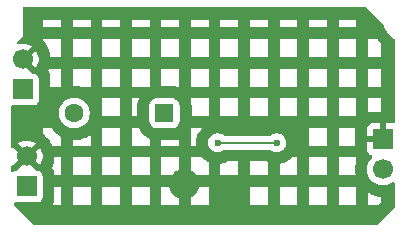
<source format=gbr>
%TF.GenerationSoftware,KiCad,Pcbnew,9.0.4*%
%TF.CreationDate,2025-10-16T10:52:11+01:00*%
%TF.ProjectId,tinySolarSupply,74696e79-536f-46c6-9172-537570706c79,rev?*%
%TF.SameCoordinates,Original*%
%TF.FileFunction,Copper,L2,Bot*%
%TF.FilePolarity,Positive*%
%FSLAX46Y46*%
G04 Gerber Fmt 4.6, Leading zero omitted, Abs format (unit mm)*
G04 Created by KiCad (PCBNEW 9.0.4) date 2025-10-16 10:52:11*
%MOMM*%
%LPD*%
G01*
G04 APERTURE LIST*
G04 Aperture macros list*
%AMRoundRect*
0 Rectangle with rounded corners*
0 $1 Rounding radius*
0 $2 $3 $4 $5 $6 $7 $8 $9 X,Y pos of 4 corners*
0 Add a 4 corners polygon primitive as box body*
4,1,4,$2,$3,$4,$5,$6,$7,$8,$9,$2,$3,0*
0 Add four circle primitives for the rounded corners*
1,1,$1+$1,$2,$3*
1,1,$1+$1,$4,$5*
1,1,$1+$1,$6,$7*
1,1,$1+$1,$8,$9*
0 Add four rect primitives between the rounded corners*
20,1,$1+$1,$2,$3,$4,$5,0*
20,1,$1+$1,$4,$5,$6,$7,0*
20,1,$1+$1,$6,$7,$8,$9,0*
20,1,$1+$1,$8,$9,$2,$3,0*%
G04 Aperture macros list end*
%TA.AperFunction,ComponentPad*%
%ADD10RoundRect,0.250000X0.550000X0.550000X-0.550000X0.550000X-0.550000X-0.550000X0.550000X-0.550000X0*%
%TD*%
%TA.AperFunction,ComponentPad*%
%ADD11C,1.600000*%
%TD*%
%TA.AperFunction,ComponentPad*%
%ADD12R,1.700000X1.700000*%
%TD*%
%TA.AperFunction,ComponentPad*%
%ADD13C,1.700000*%
%TD*%
%TA.AperFunction,ViaPad*%
%ADD14C,0.600000*%
%TD*%
%TA.AperFunction,Conductor*%
%ADD15C,0.200000*%
%TD*%
G04 APERTURE END LIST*
D10*
%TO.P,J3,1,Pin_1*%
%TO.N,Net-(J3-Pin_1)*%
X117000000Y-144000000D03*
D11*
%TO.P,J3,2,Pin_2*%
%TO.N,/BAT_P*%
X109380000Y-144000000D03*
%TD*%
D12*
%TO.P,J1,1,Pin_1*%
%TO.N,GNDD*%
X135500000Y-146225000D03*
D13*
%TO.P,J1,2,Pin_2*%
%TO.N,/OUT_P*%
X135500000Y-148765000D03*
%TD*%
D12*
%TO.P,J2,1,Pin_1*%
%TO.N,/BAT_P*%
X105335000Y-150215000D03*
D13*
%TO.P,J2,2,Pin_2*%
%TO.N,GNDD*%
X105335000Y-147675000D03*
%TD*%
D12*
%TO.P,J4,1,Pin_1*%
%TO.N,/SOLAR_P*%
X105000000Y-142000000D03*
D13*
%TO.P,J4,2,Pin_2*%
%TO.N,GNDD*%
X105000000Y-139460000D03*
%TD*%
D14*
%TO.N,GNDD*%
X118675000Y-150000000D03*
X122518015Y-150618015D03*
X124500000Y-145500000D03*
%TO.N,Net-(J3-Pin_1)*%
X121500000Y-146500000D03*
X126500000Y-146500000D03*
%TD*%
D15*
%TO.N,Net-(J3-Pin_1)*%
X126500000Y-146500000D02*
X121500000Y-146500000D01*
%TD*%
%TA.AperFunction,Conductor*%
%TO.N,GNDD*%
G36*
X134015677Y-135019685D02*
G01*
X134036319Y-135036319D01*
X135562435Y-136562435D01*
X135594529Y-136618022D01*
X135601601Y-136644417D01*
X135701954Y-136886690D01*
X135701958Y-136886700D01*
X135833075Y-137113803D01*
X135992718Y-137321851D01*
X135992726Y-137321860D01*
X136178140Y-137507274D01*
X136178148Y-137507281D01*
X136178149Y-137507282D01*
X136386197Y-137666924D01*
X136438000Y-137696832D01*
X136486215Y-137747398D01*
X136500000Y-137804219D01*
X136500000Y-144751000D01*
X136480315Y-144818039D01*
X136427511Y-144863794D01*
X136376000Y-144875000D01*
X135750000Y-144875000D01*
X135750000Y-145791988D01*
X135692993Y-145759075D01*
X135565826Y-145725000D01*
X135434174Y-145725000D01*
X135307007Y-145759075D01*
X135250000Y-145791988D01*
X135250000Y-144875000D01*
X134602155Y-144875000D01*
X134542627Y-144881401D01*
X134542620Y-144881403D01*
X134407913Y-144931645D01*
X134407906Y-144931649D01*
X134292812Y-145017809D01*
X134292809Y-145017812D01*
X134206649Y-145132906D01*
X134206645Y-145132913D01*
X134156403Y-145267620D01*
X134156401Y-145267627D01*
X134150000Y-145327155D01*
X134150000Y-145975000D01*
X135066988Y-145975000D01*
X135034075Y-146032007D01*
X135000000Y-146159174D01*
X135000000Y-146290826D01*
X135034075Y-146417993D01*
X135066988Y-146475000D01*
X134150000Y-146475000D01*
X134150000Y-147122844D01*
X134156401Y-147182372D01*
X134156403Y-147182379D01*
X134206645Y-147317086D01*
X134206649Y-147317093D01*
X134292809Y-147432187D01*
X134292812Y-147432190D01*
X134407906Y-147518350D01*
X134407913Y-147518354D01*
X134539470Y-147567422D01*
X134595404Y-147609293D01*
X134619821Y-147674758D01*
X134604969Y-147743031D01*
X134583819Y-147771285D01*
X134469889Y-147885215D01*
X134344951Y-148057179D01*
X134248444Y-148246585D01*
X134248443Y-148246587D01*
X134248443Y-148246588D01*
X134237304Y-148280870D01*
X134182753Y-148448760D01*
X134149500Y-148658713D01*
X134149500Y-148871286D01*
X134180332Y-149065955D01*
X134182754Y-149081243D01*
X134240029Y-149257517D01*
X134248444Y-149283414D01*
X134344951Y-149472820D01*
X134469890Y-149644786D01*
X134620213Y-149795109D01*
X134792179Y-149920048D01*
X134792181Y-149920049D01*
X134792184Y-149920051D01*
X134981588Y-150016557D01*
X135183757Y-150082246D01*
X135393713Y-150115500D01*
X135393714Y-150115500D01*
X135606286Y-150115500D01*
X135606287Y-150115500D01*
X135816243Y-150082246D01*
X136018412Y-150016557D01*
X136207816Y-149920051D01*
X136303115Y-149850813D01*
X136368921Y-149827333D01*
X136436975Y-149843159D01*
X136485670Y-149893264D01*
X136500000Y-149951131D01*
X136500000Y-151948638D01*
X136480315Y-152015677D01*
X136463681Y-152036319D01*
X135036319Y-153463681D01*
X134974996Y-153497166D01*
X134948638Y-153500000D01*
X106051362Y-153500000D01*
X105984323Y-153480315D01*
X105963681Y-153463681D01*
X104269275Y-151769275D01*
X104258750Y-151750000D01*
X107523974Y-151750000D01*
X108250000Y-151750000D01*
X109248000Y-151750000D01*
X110750000Y-151750000D01*
X111748000Y-151750000D01*
X113250000Y-151750000D01*
X114248000Y-151750000D01*
X115750000Y-151750000D01*
X116748000Y-151750000D01*
X118250000Y-151750000D01*
X118250000Y-151201471D01*
X118195236Y-151183678D01*
X118177258Y-151176232D01*
X118101998Y-151137885D01*
X119248000Y-151137885D01*
X119248000Y-151750000D01*
X120750000Y-151750000D01*
X124248000Y-151750000D01*
X125750000Y-151750000D01*
X126748000Y-151750000D01*
X128250000Y-151750000D01*
X129248000Y-151750000D01*
X130750000Y-151750000D01*
X131748000Y-151750000D01*
X133250000Y-151750000D01*
X134248000Y-151750000D01*
X135160424Y-151750000D01*
X135376000Y-151534424D01*
X135376000Y-151113500D01*
X135374103Y-151113500D01*
X135369231Y-151113404D01*
X135339779Y-151112246D01*
X135334914Y-151111959D01*
X135295835Y-151108881D01*
X135290997Y-151108404D01*
X135261764Y-151104944D01*
X135256941Y-151104277D01*
X135008272Y-151064892D01*
X135003477Y-151064036D01*
X134974577Y-151058287D01*
X134969817Y-151057242D01*
X134931700Y-151048089D01*
X134926995Y-151046862D01*
X134898653Y-151038869D01*
X134893993Y-151037455D01*
X134654560Y-150959658D01*
X134649963Y-150958064D01*
X134622353Y-150947879D01*
X134617825Y-150946107D01*
X134581608Y-150931109D01*
X134577139Y-150929154D01*
X134550364Y-150916811D01*
X134545981Y-150914686D01*
X134321639Y-150800378D01*
X134317346Y-150798083D01*
X134291650Y-150783693D01*
X134287450Y-150781231D01*
X134254027Y-150760750D01*
X134249927Y-150758126D01*
X134248000Y-150756838D01*
X134248000Y-151750000D01*
X133250000Y-151750000D01*
X133250000Y-150248000D01*
X131748000Y-150248000D01*
X131748000Y-151750000D01*
X130750000Y-151750000D01*
X130750000Y-150248000D01*
X129248000Y-150248000D01*
X129248000Y-151750000D01*
X128250000Y-151750000D01*
X128250000Y-150248000D01*
X126748000Y-150248000D01*
X126748000Y-151750000D01*
X125750000Y-151750000D01*
X125750000Y-150248000D01*
X124248000Y-150248000D01*
X124248000Y-151750000D01*
X120750000Y-151750000D01*
X120750000Y-150248000D01*
X119925601Y-150248000D01*
X119919156Y-150288690D01*
X119914614Y-150307610D01*
X119858678Y-150479765D01*
X119851232Y-150497742D01*
X119769053Y-150659026D01*
X119758886Y-150675616D01*
X119652489Y-150822060D01*
X119639852Y-150836856D01*
X119511856Y-150964852D01*
X119497060Y-150977489D01*
X119350616Y-151083886D01*
X119334026Y-151094053D01*
X119248000Y-151137885D01*
X118101998Y-151137885D01*
X118015974Y-151094053D01*
X117999384Y-151083886D01*
X117852940Y-150977489D01*
X117838144Y-150964852D01*
X117710148Y-150836856D01*
X117697511Y-150822060D01*
X117591114Y-150675616D01*
X117580947Y-150659026D01*
X117498768Y-150497742D01*
X117491322Y-150479765D01*
X117435386Y-150307610D01*
X117430844Y-150288690D01*
X117424399Y-150248000D01*
X116748000Y-150248000D01*
X116748000Y-151750000D01*
X115750000Y-151750000D01*
X115750000Y-150248000D01*
X114248000Y-150248000D01*
X114248000Y-151750000D01*
X113250000Y-151750000D01*
X113250000Y-150248000D01*
X111748000Y-150248000D01*
X111748000Y-151750000D01*
X110750000Y-151750000D01*
X110750000Y-150248000D01*
X109248000Y-150248000D01*
X109248000Y-151750000D01*
X108250000Y-151750000D01*
X108250000Y-150248000D01*
X107683499Y-150248000D01*
X107683500Y-151126248D01*
X107683455Y-151129572D01*
X107682916Y-151149673D01*
X107682783Y-151152993D01*
X107681351Y-151179680D01*
X107681129Y-151182989D01*
X107679519Y-151202982D01*
X107679208Y-151206285D01*
X107668038Y-151310175D01*
X107666971Y-151317843D01*
X107659064Y-151364029D01*
X107657519Y-151371619D01*
X107643174Y-151432330D01*
X107641158Y-151439809D01*
X107627550Y-151484672D01*
X107625071Y-151492012D01*
X107551413Y-151689502D01*
X107548025Y-151697682D01*
X107525767Y-151746419D01*
X107523974Y-151750000D01*
X104258750Y-151750000D01*
X104235790Y-151707952D01*
X104240774Y-151638260D01*
X104282646Y-151582327D01*
X104348110Y-151557910D01*
X104370213Y-151558305D01*
X104377514Y-151559089D01*
X104377517Y-151559091D01*
X104437127Y-151565500D01*
X106232872Y-151565499D01*
X106292483Y-151559091D01*
X106427331Y-151508796D01*
X106542546Y-151422546D01*
X106628796Y-151307331D01*
X106679091Y-151172483D01*
X106685500Y-151112873D01*
X106685499Y-149317128D01*
X106679091Y-149257517D01*
X106676287Y-149250000D01*
X106628797Y-149122671D01*
X106628793Y-149122664D01*
X106542547Y-149007455D01*
X106542544Y-149007452D01*
X106427335Y-148921206D01*
X106427328Y-148921202D01*
X106292482Y-148870908D01*
X106292483Y-148870908D01*
X106232883Y-148864501D01*
X106232881Y-148864500D01*
X106232873Y-148864500D01*
X106232865Y-148864500D01*
X106222309Y-148864500D01*
X106155270Y-148844815D01*
X106134628Y-148828181D01*
X105923457Y-148617010D01*
X107489775Y-148617010D01*
X107521805Y-148675667D01*
X107525767Y-148683581D01*
X107548025Y-148732318D01*
X107551413Y-148740498D01*
X107625069Y-148937982D01*
X107627548Y-148945321D01*
X107641153Y-148990172D01*
X107643168Y-148997648D01*
X107657516Y-149058363D01*
X107659061Y-149065955D01*
X107666972Y-149112160D01*
X107668041Y-149119833D01*
X107679212Y-149223755D01*
X107679523Y-149227064D01*
X107681135Y-149247101D01*
X107681329Y-149250000D01*
X108250000Y-149250000D01*
X109248000Y-149250000D01*
X110750000Y-149250000D01*
X111748000Y-149250000D01*
X113250000Y-149250000D01*
X114248000Y-149250000D01*
X115750000Y-149250000D01*
X116748000Y-149250000D01*
X117645157Y-149250000D01*
X117697511Y-149177940D01*
X117710148Y-149163144D01*
X117838144Y-149035148D01*
X117852940Y-149022511D01*
X117999384Y-148916114D01*
X118015974Y-148905947D01*
X118102000Y-148862114D01*
X119248000Y-148862114D01*
X119334026Y-148905948D01*
X119350616Y-148916114D01*
X119497060Y-149022511D01*
X119511856Y-149035148D01*
X119639852Y-149163144D01*
X119652489Y-149177940D01*
X119704843Y-149250000D01*
X120750000Y-149250000D01*
X120750000Y-148284365D01*
X121748000Y-148284365D01*
X121748000Y-149250000D01*
X123250000Y-149250000D01*
X124248000Y-149250000D01*
X125750000Y-149250000D01*
X125750000Y-148284365D01*
X126748000Y-148284365D01*
X126748000Y-149250000D01*
X128250000Y-149250000D01*
X129248000Y-149250000D01*
X130750000Y-149250000D01*
X131748000Y-149250000D01*
X133199042Y-149250000D01*
X133160723Y-149008059D01*
X133160056Y-149003236D01*
X133156596Y-148974003D01*
X133156119Y-148969165D01*
X133153041Y-148930086D01*
X133152754Y-148925221D01*
X133151596Y-148895769D01*
X133151500Y-148890897D01*
X133151500Y-148639103D01*
X133151596Y-148634231D01*
X133152754Y-148604779D01*
X133153041Y-148599914D01*
X133156119Y-148560835D01*
X133156596Y-148555997D01*
X133160056Y-148526764D01*
X133160723Y-148521941D01*
X133200108Y-148273272D01*
X133200964Y-148268477D01*
X133206713Y-148239577D01*
X133207758Y-148234817D01*
X133216911Y-148196700D01*
X133218138Y-148191995D01*
X133226131Y-148163653D01*
X133227545Y-148158993D01*
X133250000Y-148089883D01*
X133250000Y-147748000D01*
X131748000Y-147748000D01*
X131748000Y-149250000D01*
X130750000Y-149250000D01*
X130750000Y-147748000D01*
X129248000Y-147748000D01*
X129248000Y-149250000D01*
X128250000Y-149250000D01*
X128250000Y-147748000D01*
X127795463Y-147748000D01*
X127698654Y-147844809D01*
X127694245Y-147849007D01*
X127666958Y-147873738D01*
X127662351Y-147877712D01*
X127624469Y-147908801D01*
X127619671Y-147912545D01*
X127590098Y-147934478D01*
X127585122Y-147937983D01*
X127413263Y-148052816D01*
X127408118Y-148056074D01*
X127376525Y-148075009D01*
X127371230Y-148078008D01*
X127328009Y-148101109D01*
X127322574Y-148103845D01*
X127289292Y-148119586D01*
X127283728Y-148122052D01*
X127092778Y-148201145D01*
X127087101Y-148203335D01*
X127052440Y-148215737D01*
X127046662Y-148217646D01*
X126999767Y-148231872D01*
X126993903Y-148233495D01*
X126958177Y-148242445D01*
X126952235Y-148243779D01*
X126749508Y-148284104D01*
X126748000Y-148284365D01*
X125750000Y-148284365D01*
X125750000Y-148136022D01*
X125716272Y-148122052D01*
X125710708Y-148119586D01*
X125677426Y-148103845D01*
X125671991Y-148101109D01*
X125667110Y-148098500D01*
X124248000Y-148098500D01*
X124248000Y-149250000D01*
X123250000Y-149250000D01*
X123250000Y-148098500D01*
X122332890Y-148098500D01*
X122328009Y-148101109D01*
X122322574Y-148103845D01*
X122289292Y-148119586D01*
X122283728Y-148122052D01*
X122092778Y-148201145D01*
X122087101Y-148203335D01*
X122052440Y-148215737D01*
X122046662Y-148217646D01*
X121999767Y-148231872D01*
X121993903Y-148233495D01*
X121958177Y-148242445D01*
X121952235Y-148243779D01*
X121749508Y-148284104D01*
X121748000Y-148284365D01*
X120750000Y-148284365D01*
X120750000Y-148136022D01*
X120716272Y-148122052D01*
X120710708Y-148119586D01*
X120677426Y-148103845D01*
X120671991Y-148101109D01*
X120628770Y-148078008D01*
X120623475Y-148075009D01*
X120591882Y-148056074D01*
X120586737Y-148052816D01*
X120414878Y-147937983D01*
X120409902Y-147934478D01*
X120380329Y-147912545D01*
X120375531Y-147908801D01*
X120337649Y-147877712D01*
X120333042Y-147873738D01*
X120305755Y-147849007D01*
X120301346Y-147844809D01*
X120204537Y-147748000D01*
X119248000Y-147748000D01*
X119248000Y-148862114D01*
X118102000Y-148862114D01*
X118177258Y-148823768D01*
X118195235Y-148816322D01*
X118250000Y-148798527D01*
X118250000Y-147748000D01*
X116748000Y-147748000D01*
X116748000Y-149250000D01*
X115750000Y-149250000D01*
X115750000Y-147748000D01*
X114248000Y-147748000D01*
X114248000Y-149250000D01*
X113250000Y-149250000D01*
X113250000Y-147748000D01*
X111748000Y-147748000D01*
X111748000Y-149250000D01*
X110750000Y-149250000D01*
X110750000Y-147748000D01*
X109248000Y-147748000D01*
X109248000Y-149250000D01*
X108250000Y-149250000D01*
X108250000Y-147748000D01*
X107683000Y-147748000D01*
X107683000Y-147800857D01*
X107682904Y-147805729D01*
X107681746Y-147835181D01*
X107681459Y-147840046D01*
X107678381Y-147879125D01*
X107677905Y-147883962D01*
X107674445Y-147913196D01*
X107673777Y-147918020D01*
X107634406Y-148166593D01*
X107633551Y-148171381D01*
X107627811Y-148200244D01*
X107626769Y-148204996D01*
X107617621Y-148243113D01*
X107616391Y-148247829D01*
X107608389Y-148276206D01*
X107606974Y-148280870D01*
X107529191Y-148520263D01*
X107527595Y-148524864D01*
X107517396Y-148552509D01*
X107515621Y-148557045D01*
X107500619Y-148593261D01*
X107498669Y-148597719D01*
X107489775Y-148617010D01*
X105923457Y-148617010D01*
X105464408Y-148157962D01*
X105527993Y-148140925D01*
X105642007Y-148075099D01*
X105735099Y-147982007D01*
X105800925Y-147867993D01*
X105817962Y-147804409D01*
X106450270Y-148436717D01*
X106450270Y-148436716D01*
X106489622Y-148382554D01*
X106586095Y-148193217D01*
X106651757Y-147991130D01*
X106651757Y-147991127D01*
X106685000Y-147781246D01*
X106685000Y-147568753D01*
X106651757Y-147358872D01*
X106651757Y-147358869D01*
X106586095Y-147156782D01*
X106489624Y-146967449D01*
X106450270Y-146913282D01*
X106450269Y-146913282D01*
X105817962Y-147545590D01*
X105800925Y-147482007D01*
X105735099Y-147367993D01*
X105642007Y-147274901D01*
X105527993Y-147209075D01*
X105464409Y-147192037D01*
X106096716Y-146559728D01*
X106042550Y-146520375D01*
X105853217Y-146423904D01*
X105651129Y-146358242D01*
X105441246Y-146325000D01*
X105228754Y-146325000D01*
X105018872Y-146358242D01*
X105018869Y-146358242D01*
X104816782Y-146423904D01*
X104627439Y-146520380D01*
X104573282Y-146559727D01*
X104573282Y-146559728D01*
X105205591Y-147192037D01*
X105142007Y-147209075D01*
X105027993Y-147274901D01*
X104934901Y-147367993D01*
X104869075Y-147482007D01*
X104852037Y-147545591D01*
X104219728Y-146913282D01*
X104215714Y-146913598D01*
X104168989Y-146949629D01*
X104099376Y-146955608D01*
X104037580Y-146923003D01*
X104003223Y-146862164D01*
X104000000Y-146834078D01*
X104000000Y-145799315D01*
X106748000Y-145799315D01*
X106862697Y-145882647D01*
X106898001Y-145922376D01*
X106966072Y-146043924D01*
X107087622Y-146111997D01*
X107127351Y-146147301D01*
X107308541Y-146396691D01*
X107311322Y-146400682D01*
X107327678Y-146425159D01*
X107330303Y-146429260D01*
X107350785Y-146462681D01*
X107353248Y-146466883D01*
X107367648Y-146492595D01*
X107369944Y-146496890D01*
X107484214Y-146721154D01*
X107486340Y-146725537D01*
X107497617Y-146750000D01*
X108250000Y-146750000D01*
X108250000Y-146298200D01*
X109248000Y-146298200D01*
X109248000Y-146750000D01*
X110750000Y-146750000D01*
X111748000Y-146750000D01*
X113250000Y-146750000D01*
X114248000Y-146750000D01*
X115750000Y-146750000D01*
X115750000Y-146298499D01*
X116748000Y-146298499D01*
X116748000Y-146750000D01*
X118250000Y-146750000D01*
X119248000Y-146750000D01*
X119715994Y-146750000D01*
X119715896Y-146749508D01*
X119714855Y-146743511D01*
X119709451Y-146707080D01*
X119708706Y-146701039D01*
X119703903Y-146652267D01*
X119703455Y-146646197D01*
X119701649Y-146609425D01*
X119701500Y-146603342D01*
X119701500Y-146421153D01*
X120699500Y-146421153D01*
X120699500Y-146578846D01*
X120730261Y-146733489D01*
X120730264Y-146733501D01*
X120790602Y-146879172D01*
X120790609Y-146879185D01*
X120878210Y-147010288D01*
X120878213Y-147010292D01*
X120989707Y-147121786D01*
X120989711Y-147121789D01*
X121120814Y-147209390D01*
X121120827Y-147209397D01*
X121266498Y-147269735D01*
X121266503Y-147269737D01*
X121421153Y-147300499D01*
X121421156Y-147300500D01*
X121421158Y-147300500D01*
X121578844Y-147300500D01*
X121578845Y-147300499D01*
X121733497Y-147269737D01*
X121879179Y-147209394D01*
X121919620Y-147182372D01*
X122010875Y-147121398D01*
X122077553Y-147100520D01*
X122079766Y-147100500D01*
X125920234Y-147100500D01*
X125987273Y-147120185D01*
X125989125Y-147121398D01*
X126120814Y-147209390D01*
X126120827Y-147209397D01*
X126266498Y-147269735D01*
X126266503Y-147269737D01*
X126421153Y-147300499D01*
X126421156Y-147300500D01*
X126421158Y-147300500D01*
X126578844Y-147300500D01*
X126578845Y-147300499D01*
X126733497Y-147269737D01*
X126879179Y-147209394D01*
X127010289Y-147121789D01*
X127121789Y-147010289D01*
X127209394Y-146879179D01*
X127262901Y-146750000D01*
X129248000Y-146750000D01*
X130750000Y-146750000D01*
X131748000Y-146750000D01*
X133152000Y-146750000D01*
X133152000Y-146274454D01*
X133161439Y-146227002D01*
X133162268Y-146225000D01*
X133161439Y-146222998D01*
X133152000Y-146175546D01*
X133152000Y-145313823D01*
X133152044Y-145310509D01*
X133152580Y-145290461D01*
X133152713Y-145287145D01*
X133154142Y-145260458D01*
X133154364Y-145257144D01*
X133155100Y-145248000D01*
X131748000Y-145248000D01*
X131748000Y-146750000D01*
X130750000Y-146750000D01*
X130750000Y-145248000D01*
X129248000Y-145248000D01*
X129248000Y-146750000D01*
X127262901Y-146750000D01*
X127269737Y-146733497D01*
X127300500Y-146578842D01*
X127300500Y-146421158D01*
X127300500Y-146421155D01*
X127300499Y-146421153D01*
X127287102Y-146353803D01*
X127269737Y-146266503D01*
X127251717Y-146222998D01*
X127209397Y-146120827D01*
X127209390Y-146120814D01*
X127121789Y-145989711D01*
X127121786Y-145989707D01*
X127010292Y-145878213D01*
X127010288Y-145878210D01*
X126879185Y-145790609D01*
X126879172Y-145790602D01*
X126733501Y-145730264D01*
X126733489Y-145730261D01*
X126578845Y-145699500D01*
X126578842Y-145699500D01*
X126421158Y-145699500D01*
X126421155Y-145699500D01*
X126266510Y-145730261D01*
X126266498Y-145730264D01*
X126120827Y-145790602D01*
X126120814Y-145790609D01*
X125989125Y-145878602D01*
X125922447Y-145899480D01*
X125920234Y-145899500D01*
X122079766Y-145899500D01*
X122012727Y-145879815D01*
X122010875Y-145878602D01*
X121879185Y-145790609D01*
X121879172Y-145790602D01*
X121733501Y-145730264D01*
X121733489Y-145730261D01*
X121578845Y-145699500D01*
X121578842Y-145699500D01*
X121421158Y-145699500D01*
X121421155Y-145699500D01*
X121266510Y-145730261D01*
X121266498Y-145730264D01*
X121120827Y-145790602D01*
X121120814Y-145790609D01*
X120989711Y-145878210D01*
X120989707Y-145878213D01*
X120878213Y-145989707D01*
X120878210Y-145989711D01*
X120790609Y-146120814D01*
X120790602Y-146120827D01*
X120730264Y-146266498D01*
X120730261Y-146266510D01*
X120699500Y-146421153D01*
X119701500Y-146421153D01*
X119701500Y-146396658D01*
X119701649Y-146390575D01*
X119703455Y-146353803D01*
X119703903Y-146347733D01*
X119708706Y-146298961D01*
X119709451Y-146292920D01*
X119714855Y-146256489D01*
X119715896Y-146250492D01*
X119756221Y-146047765D01*
X119757555Y-146041823D01*
X119766505Y-146006097D01*
X119768128Y-146000233D01*
X119782354Y-145953338D01*
X119784263Y-145947560D01*
X119796665Y-145912899D01*
X119798855Y-145907222D01*
X119877948Y-145716272D01*
X119880414Y-145710708D01*
X119896155Y-145677426D01*
X119898891Y-145671991D01*
X119921992Y-145628770D01*
X119924991Y-145623475D01*
X119943926Y-145591882D01*
X119947184Y-145586737D01*
X120062017Y-145414878D01*
X120065522Y-145409902D01*
X120087455Y-145380329D01*
X120091199Y-145375531D01*
X120122288Y-145337649D01*
X120126262Y-145333042D01*
X120150993Y-145305755D01*
X120155191Y-145301346D01*
X120208537Y-145248000D01*
X119248000Y-145248000D01*
X119248000Y-146750000D01*
X118250000Y-146750000D01*
X118250000Y-146157683D01*
X118217596Y-146170556D01*
X118210820Y-146173022D01*
X117990863Y-146245909D01*
X117984386Y-146247861D01*
X117944884Y-146258599D01*
X117938309Y-146260195D01*
X117885055Y-146271593D01*
X117878411Y-146272827D01*
X117838006Y-146279196D01*
X117831299Y-146280066D01*
X117688787Y-146294624D01*
X117685639Y-146294905D01*
X117666595Y-146296361D01*
X117663449Y-146296562D01*
X117638080Y-146297854D01*
X117634926Y-146297974D01*
X117615856Y-146298459D01*
X117612703Y-146298499D01*
X116748000Y-146298499D01*
X115750000Y-146298499D01*
X115750000Y-146157682D01*
X115741853Y-146154446D01*
X115735234Y-146151591D01*
X115682588Y-146127044D01*
X115676140Y-146123806D01*
X115637715Y-146103088D01*
X115631468Y-146099481D01*
X115432697Y-145976879D01*
X115426667Y-145972913D01*
X115390907Y-145947872D01*
X115385123Y-145943566D01*
X115339556Y-145907536D01*
X115334029Y-145902898D01*
X115301431Y-145873887D01*
X115296187Y-145868939D01*
X115131061Y-145703813D01*
X115126113Y-145698569D01*
X115097102Y-145665971D01*
X115092464Y-145660444D01*
X115056434Y-145614877D01*
X115052128Y-145609093D01*
X115027087Y-145573333D01*
X115023121Y-145567303D01*
X114900519Y-145368532D01*
X114896912Y-145362285D01*
X114876194Y-145323860D01*
X114872956Y-145317413D01*
X114848409Y-145264768D01*
X114845553Y-145258146D01*
X114841522Y-145248000D01*
X114248000Y-145248000D01*
X114248000Y-146750000D01*
X113250000Y-146750000D01*
X113250000Y-145248000D01*
X111748000Y-145248000D01*
X111748000Y-146750000D01*
X110750000Y-146750000D01*
X110750000Y-145845738D01*
X110632358Y-145931210D01*
X110628363Y-145933995D01*
X110603869Y-145950361D01*
X110599767Y-145952986D01*
X110566344Y-145973467D01*
X110562144Y-145975929D01*
X110536448Y-145990319D01*
X110532155Y-145992614D01*
X110314827Y-146103349D01*
X110310443Y-146105475D01*
X110283667Y-146117818D01*
X110279200Y-146119772D01*
X110242984Y-146134770D01*
X110238453Y-146136543D01*
X110210844Y-146146727D01*
X110206250Y-146148320D01*
X109974283Y-146223692D01*
X109969620Y-146225106D01*
X109941241Y-146233109D01*
X109936522Y-146234340D01*
X109898403Y-146243488D01*
X109893652Y-146244530D01*
X109864789Y-146250270D01*
X109860001Y-146251125D01*
X109619125Y-146289277D01*
X109614301Y-146289945D01*
X109585067Y-146293405D01*
X109580230Y-146293881D01*
X109541151Y-146296959D01*
X109536286Y-146297246D01*
X109506834Y-146298404D01*
X109501962Y-146298500D01*
X109258038Y-146298500D01*
X109253166Y-146298404D01*
X109248000Y-146298200D01*
X108250000Y-146298200D01*
X108250000Y-146003902D01*
X108227845Y-145992614D01*
X108223552Y-145990319D01*
X108197856Y-145975929D01*
X108193656Y-145973467D01*
X108160233Y-145952986D01*
X108156131Y-145950361D01*
X108131637Y-145933995D01*
X108127642Y-145931210D01*
X107930304Y-145787837D01*
X107926416Y-145784894D01*
X107903257Y-145766635D01*
X107899492Y-145763545D01*
X107869685Y-145738084D01*
X107866046Y-145734850D01*
X107844441Y-145714876D01*
X107840937Y-145711506D01*
X107668494Y-145539063D01*
X107665124Y-145535559D01*
X107645150Y-145513954D01*
X107641916Y-145510315D01*
X107616455Y-145480508D01*
X107613365Y-145476743D01*
X107595106Y-145453584D01*
X107592163Y-145449696D01*
X107448790Y-145252358D01*
X107446005Y-145248363D01*
X107445762Y-145248000D01*
X106748000Y-145248000D01*
X106748000Y-145799315D01*
X104000000Y-145799315D01*
X104000000Y-143897648D01*
X108079500Y-143897648D01*
X108079500Y-144102351D01*
X108111522Y-144304534D01*
X108174781Y-144499223D01*
X108267715Y-144681613D01*
X108388028Y-144847213D01*
X108532786Y-144991971D01*
X108687749Y-145104556D01*
X108698390Y-145112287D01*
X108814607Y-145171503D01*
X108880776Y-145205218D01*
X108880778Y-145205218D01*
X108880781Y-145205220D01*
X108971856Y-145234812D01*
X109075465Y-145268477D01*
X109176557Y-145284488D01*
X109277648Y-145300500D01*
X109277649Y-145300500D01*
X109482351Y-145300500D01*
X109482352Y-145300500D01*
X109684534Y-145268477D01*
X109879219Y-145205220D01*
X110061610Y-145112287D01*
X110190482Y-145018657D01*
X110227213Y-144991971D01*
X110227215Y-144991968D01*
X110227219Y-144991966D01*
X110371966Y-144847219D01*
X110371968Y-144847215D01*
X110371971Y-144847213D01*
X110424732Y-144774590D01*
X110492287Y-144681610D01*
X110585220Y-144499219D01*
X110648477Y-144304534D01*
X110657114Y-144250000D01*
X111748000Y-144250000D01*
X113250000Y-144250000D01*
X114248000Y-144250000D01*
X114701501Y-144250000D01*
X114701500Y-143399983D01*
X115699500Y-143399983D01*
X115699500Y-144600001D01*
X115699501Y-144600018D01*
X115710000Y-144702796D01*
X115710001Y-144702799D01*
X115748188Y-144818039D01*
X115765186Y-144869334D01*
X115857288Y-145018656D01*
X115981344Y-145142712D01*
X116130666Y-145234814D01*
X116297203Y-145289999D01*
X116399991Y-145300500D01*
X117600008Y-145300499D01*
X117702797Y-145289999D01*
X117869334Y-145234814D01*
X118018656Y-145142712D01*
X118142712Y-145018656D01*
X118234814Y-144869334D01*
X118289999Y-144702797D01*
X118300500Y-144600009D01*
X118300499Y-143399992D01*
X118291750Y-143314349D01*
X118289999Y-143297203D01*
X118289998Y-143297200D01*
X118260290Y-143207547D01*
X118234814Y-143130666D01*
X118164165Y-143016125D01*
X119248000Y-143016125D01*
X119258599Y-143055116D01*
X119260195Y-143061691D01*
X119271593Y-143114945D01*
X119272827Y-143121589D01*
X119279196Y-143161994D01*
X119280066Y-143168701D01*
X119294624Y-143311213D01*
X119294905Y-143314361D01*
X119296361Y-143333405D01*
X119296562Y-143336551D01*
X119297854Y-143361920D01*
X119297974Y-143365074D01*
X119298459Y-143384144D01*
X119298499Y-143387297D01*
X119298500Y-144250000D01*
X120750000Y-144250000D01*
X121748000Y-144250000D01*
X123250000Y-144250000D01*
X124248000Y-144250000D01*
X124248207Y-144250000D01*
X124390095Y-144227527D01*
X124409493Y-144226000D01*
X124590507Y-144226000D01*
X124609905Y-144227527D01*
X124751793Y-144250000D01*
X125750000Y-144250000D01*
X126748000Y-144250000D01*
X128250000Y-144250000D01*
X129248000Y-144250000D01*
X130750000Y-144250000D01*
X131748000Y-144250000D01*
X133250000Y-144250000D01*
X133250000Y-143927614D01*
X134248000Y-143927614D01*
X134275305Y-143919332D01*
X134282788Y-143917315D01*
X134343499Y-143902972D01*
X134351084Y-143901428D01*
X134397262Y-143893522D01*
X134404931Y-143892455D01*
X134508783Y-143881289D01*
X134512095Y-143880977D01*
X134532144Y-143879364D01*
X134535458Y-143879142D01*
X134562145Y-143877713D01*
X134565461Y-143877580D01*
X134585509Y-143877044D01*
X134588823Y-143877000D01*
X135376000Y-143877000D01*
X135376000Y-142748000D01*
X134248000Y-142748000D01*
X134248000Y-143927614D01*
X133250000Y-143927614D01*
X133250000Y-142748000D01*
X131748000Y-142748000D01*
X131748000Y-144250000D01*
X130750000Y-144250000D01*
X130750000Y-142748000D01*
X129248000Y-142748000D01*
X129248000Y-144250000D01*
X128250000Y-144250000D01*
X128250000Y-142748000D01*
X126748000Y-142748000D01*
X126748000Y-144250000D01*
X125750000Y-144250000D01*
X125750000Y-142748000D01*
X124248000Y-142748000D01*
X124248000Y-144250000D01*
X123250000Y-144250000D01*
X123250000Y-142748000D01*
X121748000Y-142748000D01*
X121748000Y-144250000D01*
X120750000Y-144250000D01*
X120750000Y-142748000D01*
X119248000Y-142748000D01*
X119248000Y-143016125D01*
X118164165Y-143016125D01*
X118142712Y-142981344D01*
X118018656Y-142857288D01*
X117869334Y-142765186D01*
X117702797Y-142710001D01*
X117702795Y-142710000D01*
X117600010Y-142699500D01*
X116399998Y-142699500D01*
X116399981Y-142699501D01*
X116297203Y-142710000D01*
X116297200Y-142710001D01*
X116130668Y-142765185D01*
X116130663Y-142765187D01*
X115981342Y-142857289D01*
X115857289Y-142981342D01*
X115765187Y-143130663D01*
X115765186Y-143130666D01*
X115710001Y-143297203D01*
X115710001Y-143297204D01*
X115710000Y-143297204D01*
X115699500Y-143399983D01*
X114701500Y-143399983D01*
X114701500Y-143387296D01*
X114701540Y-143384143D01*
X114702025Y-143365073D01*
X114702145Y-143361920D01*
X114703437Y-143336549D01*
X114703638Y-143333398D01*
X114705095Y-143314349D01*
X114705376Y-143311204D01*
X114719936Y-143168681D01*
X114720807Y-143161972D01*
X114727181Y-143121543D01*
X114728416Y-143114892D01*
X114739818Y-143061641D01*
X114741413Y-143055074D01*
X114752144Y-143015600D01*
X114754095Y-143009125D01*
X114826977Y-142789182D01*
X114829444Y-142782404D01*
X114843112Y-142748000D01*
X114248000Y-142748000D01*
X114248000Y-144250000D01*
X113250000Y-144250000D01*
X113250000Y-142748000D01*
X111748000Y-142748000D01*
X111748000Y-144250000D01*
X110657114Y-144250000D01*
X110680500Y-144102352D01*
X110680500Y-143897648D01*
X110679846Y-143893522D01*
X110648477Y-143695465D01*
X110585218Y-143500776D01*
X110551503Y-143434607D01*
X110492287Y-143318390D01*
X110474419Y-143293796D01*
X110371971Y-143152786D01*
X110227213Y-143008028D01*
X110061613Y-142887715D01*
X110061612Y-142887714D01*
X110061610Y-142887713D01*
X110001898Y-142857288D01*
X109879223Y-142794781D01*
X109684534Y-142731522D01*
X109509995Y-142703878D01*
X109482352Y-142699500D01*
X109277648Y-142699500D01*
X109253329Y-142703351D01*
X109075465Y-142731522D01*
X108880776Y-142794781D01*
X108698386Y-142887715D01*
X108532786Y-143008028D01*
X108388028Y-143152786D01*
X108267715Y-143318386D01*
X108174781Y-143500776D01*
X108111522Y-143695465D01*
X108079500Y-143897648D01*
X104000000Y-143897648D01*
X104000000Y-143474499D01*
X104019685Y-143407460D01*
X104072489Y-143361705D01*
X104123995Y-143350499D01*
X105897872Y-143350499D01*
X105957483Y-143344091D01*
X106092331Y-143293796D01*
X106207546Y-143207546D01*
X106293796Y-143092331D01*
X106344091Y-142957483D01*
X106350500Y-142897873D01*
X106350499Y-141102128D01*
X106344091Y-141042517D01*
X106341441Y-141035413D01*
X106293797Y-140907671D01*
X106293793Y-140907664D01*
X106207547Y-140792455D01*
X106207544Y-140792452D01*
X106092335Y-140706206D01*
X106092328Y-140706202D01*
X105957482Y-140655908D01*
X105957483Y-140655908D01*
X105897883Y-140649501D01*
X105897881Y-140649500D01*
X105897873Y-140649500D01*
X105897865Y-140649500D01*
X105887309Y-140649500D01*
X105820270Y-140629815D01*
X105799628Y-140613181D01*
X105588457Y-140402010D01*
X107154775Y-140402010D01*
X107186805Y-140460667D01*
X107190767Y-140468581D01*
X107213025Y-140517318D01*
X107216413Y-140525498D01*
X107290069Y-140722982D01*
X107292548Y-140730321D01*
X107306153Y-140775172D01*
X107308168Y-140782648D01*
X107322516Y-140843363D01*
X107324061Y-140850955D01*
X107331972Y-140897160D01*
X107333041Y-140904833D01*
X107344212Y-141008755D01*
X107344523Y-141012064D01*
X107346135Y-141032101D01*
X107346357Y-141035413D01*
X107347786Y-141062095D01*
X107347919Y-141065413D01*
X107348455Y-141085464D01*
X107348499Y-141088778D01*
X107348499Y-141750000D01*
X108250000Y-141750000D01*
X108250000Y-141701799D01*
X109248000Y-141701799D01*
X109253166Y-141701596D01*
X109258038Y-141701500D01*
X109501962Y-141701500D01*
X109506834Y-141701596D01*
X109536286Y-141702754D01*
X109541151Y-141703041D01*
X109580230Y-141706119D01*
X109585067Y-141706595D01*
X109614301Y-141710055D01*
X109619125Y-141710723D01*
X109860001Y-141748875D01*
X109864790Y-141749730D01*
X109866148Y-141750000D01*
X110750000Y-141750000D01*
X111748000Y-141750000D01*
X113250000Y-141750000D01*
X114248000Y-141750000D01*
X115750000Y-141750000D01*
X115750000Y-141701500D01*
X116748000Y-141701500D01*
X117612704Y-141701500D01*
X117615857Y-141701540D01*
X117634927Y-141702025D01*
X117638080Y-141702145D01*
X117663451Y-141703437D01*
X117666602Y-141703638D01*
X117685651Y-141705095D01*
X117688796Y-141705376D01*
X117831319Y-141719936D01*
X117838028Y-141720807D01*
X117878457Y-141727181D01*
X117885108Y-141728416D01*
X117938359Y-141739818D01*
X117944926Y-141741413D01*
X117976513Y-141750000D01*
X118250000Y-141750000D01*
X119248000Y-141750000D01*
X120750000Y-141750000D01*
X121748000Y-141750000D01*
X123250000Y-141750000D01*
X124248000Y-141750000D01*
X125750000Y-141750000D01*
X126748000Y-141750000D01*
X128250000Y-141750000D01*
X129248000Y-141750000D01*
X130750000Y-141750000D01*
X131748000Y-141750000D01*
X133250000Y-141750000D01*
X134248000Y-141750000D01*
X135376000Y-141750000D01*
X135376000Y-140248000D01*
X134248000Y-140248000D01*
X134248000Y-141750000D01*
X133250000Y-141750000D01*
X133250000Y-140248000D01*
X131748000Y-140248000D01*
X131748000Y-141750000D01*
X130750000Y-141750000D01*
X130750000Y-140248000D01*
X129248000Y-140248000D01*
X129248000Y-141750000D01*
X128250000Y-141750000D01*
X128250000Y-140248000D01*
X126748000Y-140248000D01*
X126748000Y-141750000D01*
X125750000Y-141750000D01*
X125750000Y-140248000D01*
X124248000Y-140248000D01*
X124248000Y-141750000D01*
X123250000Y-141750000D01*
X123250000Y-140248000D01*
X121748000Y-140248000D01*
X121748000Y-141750000D01*
X120750000Y-141750000D01*
X120750000Y-140248000D01*
X119248000Y-140248000D01*
X119248000Y-141750000D01*
X118250000Y-141750000D01*
X118250000Y-140248000D01*
X116748000Y-140248000D01*
X116748000Y-141701500D01*
X115750000Y-141701500D01*
X115750000Y-140248000D01*
X114248000Y-140248000D01*
X114248000Y-141750000D01*
X113250000Y-141750000D01*
X113250000Y-140248000D01*
X111748000Y-140248000D01*
X111748000Y-141750000D01*
X110750000Y-141750000D01*
X110750000Y-140248000D01*
X109248000Y-140248000D01*
X109248000Y-141701799D01*
X108250000Y-141701799D01*
X108250000Y-140248000D01*
X107212797Y-140248000D01*
X107194191Y-140305263D01*
X107192595Y-140309864D01*
X107182396Y-140337509D01*
X107180621Y-140342045D01*
X107165619Y-140378261D01*
X107163669Y-140382719D01*
X107154775Y-140402010D01*
X105588457Y-140402010D01*
X105129409Y-139942962D01*
X105192993Y-139925925D01*
X105307007Y-139860099D01*
X105400099Y-139767007D01*
X105465925Y-139652993D01*
X105482962Y-139589409D01*
X106115270Y-140221717D01*
X106115270Y-140221716D01*
X106154622Y-140167554D01*
X106251095Y-139978217D01*
X106316757Y-139776130D01*
X106316757Y-139776127D01*
X106350000Y-139566246D01*
X106350000Y-139353753D01*
X106316757Y-139143872D01*
X106316757Y-139143869D01*
X106251095Y-138941782D01*
X106154624Y-138752449D01*
X106115270Y-138698282D01*
X106115269Y-138698282D01*
X105482962Y-139330590D01*
X105465925Y-139267007D01*
X105400099Y-139152993D01*
X105307007Y-139059901D01*
X105192993Y-138994075D01*
X105129407Y-138977036D01*
X105761716Y-138344728D01*
X105707550Y-138305375D01*
X105518217Y-138208904D01*
X105316129Y-138143242D01*
X105106246Y-138110000D01*
X104893754Y-138110000D01*
X104683872Y-138143242D01*
X104680927Y-138143949D01*
X104679773Y-138143891D01*
X104679062Y-138144004D01*
X104679038Y-138143854D01*
X104611145Y-138140453D01*
X104554331Y-138099785D01*
X104528522Y-138034857D01*
X104541913Y-137966283D01*
X104564308Y-137935692D01*
X104605593Y-137894407D01*
X106748000Y-137894407D01*
X106752623Y-137896997D01*
X106792351Y-137932301D01*
X106973541Y-138181691D01*
X106976322Y-138185682D01*
X106992678Y-138210159D01*
X106995303Y-138214260D01*
X107015785Y-138247681D01*
X107018248Y-138251883D01*
X107032648Y-138277595D01*
X107034944Y-138281890D01*
X107149214Y-138506154D01*
X107151340Y-138510537D01*
X107163669Y-138537281D01*
X107165619Y-138541739D01*
X107180621Y-138577955D01*
X107182396Y-138582491D01*
X107192595Y-138610136D01*
X107194191Y-138614737D01*
X107271974Y-138854130D01*
X107273389Y-138858794D01*
X107281391Y-138887171D01*
X107282621Y-138891887D01*
X107291769Y-138930004D01*
X107292811Y-138934756D01*
X107298551Y-138963619D01*
X107299406Y-138968407D01*
X107338777Y-139216980D01*
X107339445Y-139221804D01*
X107342782Y-139250000D01*
X108250000Y-139250000D01*
X109248000Y-139250000D01*
X110750000Y-139250000D01*
X111748000Y-139250000D01*
X113250000Y-139250000D01*
X114248000Y-139250000D01*
X115750000Y-139250000D01*
X116748000Y-139250000D01*
X118250000Y-139250000D01*
X119248000Y-139250000D01*
X120750000Y-139250000D01*
X121748000Y-139250000D01*
X123250000Y-139250000D01*
X124248000Y-139250000D01*
X125750000Y-139250000D01*
X126748000Y-139250000D01*
X128250000Y-139250000D01*
X129248000Y-139250000D01*
X130750000Y-139250000D01*
X131748000Y-139250000D01*
X133250000Y-139250000D01*
X134248000Y-139250000D01*
X135376000Y-139250000D01*
X135376000Y-138116518D01*
X135275464Y-138015982D01*
X135272638Y-138013063D01*
X135255834Y-137995120D01*
X135253104Y-137992107D01*
X135231570Y-137967547D01*
X135228951Y-137964460D01*
X135213405Y-137945516D01*
X135210886Y-137942341D01*
X135061761Y-137748000D01*
X134248000Y-137748000D01*
X134248000Y-139250000D01*
X133250000Y-139250000D01*
X133250000Y-137748000D01*
X131748000Y-137748000D01*
X131748000Y-139250000D01*
X130750000Y-139250000D01*
X130750000Y-137748000D01*
X129248000Y-137748000D01*
X129248000Y-139250000D01*
X128250000Y-139250000D01*
X128250000Y-137748000D01*
X126748000Y-137748000D01*
X126748000Y-139250000D01*
X125750000Y-139250000D01*
X125750000Y-137748000D01*
X124248000Y-137748000D01*
X124248000Y-139250000D01*
X123250000Y-139250000D01*
X123250000Y-137748000D01*
X121748000Y-137748000D01*
X121748000Y-139250000D01*
X120750000Y-139250000D01*
X120750000Y-137748000D01*
X119248000Y-137748000D01*
X119248000Y-139250000D01*
X118250000Y-139250000D01*
X118250000Y-137748000D01*
X116748000Y-137748000D01*
X116748000Y-139250000D01*
X115750000Y-139250000D01*
X115750000Y-137748000D01*
X114248000Y-137748000D01*
X114248000Y-139250000D01*
X113250000Y-139250000D01*
X113250000Y-137748000D01*
X111748000Y-137748000D01*
X111748000Y-139250000D01*
X110750000Y-139250000D01*
X110750000Y-137748000D01*
X109248000Y-137748000D01*
X109248000Y-139250000D01*
X108250000Y-139250000D01*
X108250000Y-137748000D01*
X106748000Y-137748000D01*
X106748000Y-137894407D01*
X104605593Y-137894407D01*
X104752602Y-137747398D01*
X105000000Y-137500000D01*
X105000000Y-136750000D01*
X106748000Y-136750000D01*
X108250000Y-136750000D01*
X109248000Y-136750000D01*
X110750000Y-136750000D01*
X111748000Y-136750000D01*
X113250000Y-136750000D01*
X114248000Y-136750000D01*
X115750000Y-136750000D01*
X116748000Y-136750000D01*
X118250000Y-136750000D01*
X119248000Y-136750000D01*
X120750000Y-136750000D01*
X121748000Y-136750000D01*
X123250000Y-136750000D01*
X124248000Y-136750000D01*
X125750000Y-136750000D01*
X126748000Y-136750000D01*
X128250000Y-136750000D01*
X129248000Y-136750000D01*
X130750000Y-136750000D01*
X131748000Y-136750000D01*
X133250000Y-136750000D01*
X133250000Y-136124000D01*
X131748000Y-136124000D01*
X131748000Y-136750000D01*
X130750000Y-136750000D01*
X130750000Y-136124000D01*
X129248000Y-136124000D01*
X129248000Y-136750000D01*
X128250000Y-136750000D01*
X128250000Y-136124000D01*
X126748000Y-136124000D01*
X126748000Y-136750000D01*
X125750000Y-136750000D01*
X125750000Y-136124000D01*
X124248000Y-136124000D01*
X124248000Y-136750000D01*
X123250000Y-136750000D01*
X123250000Y-136124000D01*
X121748000Y-136124000D01*
X121748000Y-136750000D01*
X120750000Y-136750000D01*
X120750000Y-136124000D01*
X119248000Y-136124000D01*
X119248000Y-136750000D01*
X118250000Y-136750000D01*
X118250000Y-136124000D01*
X116748000Y-136124000D01*
X116748000Y-136750000D01*
X115750000Y-136750000D01*
X115750000Y-136124000D01*
X114248000Y-136124000D01*
X114248000Y-136750000D01*
X113250000Y-136750000D01*
X113250000Y-136124000D01*
X111748000Y-136124000D01*
X111748000Y-136750000D01*
X110750000Y-136750000D01*
X110750000Y-136124000D01*
X109248000Y-136124000D01*
X109248000Y-136750000D01*
X108250000Y-136750000D01*
X108250000Y-136124000D01*
X106748000Y-136124000D01*
X106748000Y-136750000D01*
X105000000Y-136750000D01*
X105000000Y-136142809D01*
X105000265Y-136134700D01*
X105000500Y-136131114D01*
X105000500Y-135868886D01*
X105000265Y-135865301D01*
X105000000Y-135857192D01*
X105000000Y-135124000D01*
X105019685Y-135056961D01*
X105072489Y-135011206D01*
X105124000Y-135000000D01*
X133948638Y-135000000D01*
X134015677Y-135019685D01*
G37*
%TD.AperFunction*%
%TA.AperFunction,Conductor*%
G36*
X104869075Y-147867993D02*
G01*
X104934901Y-147982007D01*
X105027993Y-148075099D01*
X105142007Y-148140925D01*
X105205590Y-148157962D01*
X104535370Y-148828181D01*
X104474047Y-148861666D01*
X104447698Y-148864500D01*
X104437134Y-148864500D01*
X104437123Y-148864501D01*
X104377516Y-148870908D01*
X104242671Y-148921202D01*
X104242665Y-148921206D01*
X104198310Y-148954410D01*
X104132846Y-148978827D01*
X104064573Y-148963975D01*
X104015168Y-148914570D01*
X104000000Y-148855143D01*
X104000000Y-148515919D01*
X104019685Y-148448880D01*
X104072489Y-148403125D01*
X104141647Y-148393181D01*
X104205203Y-148422206D01*
X104218426Y-148436613D01*
X104219728Y-148436716D01*
X104852037Y-147804408D01*
X104869075Y-147867993D01*
G37*
%TD.AperFunction*%
%TD*%
M02*

</source>
